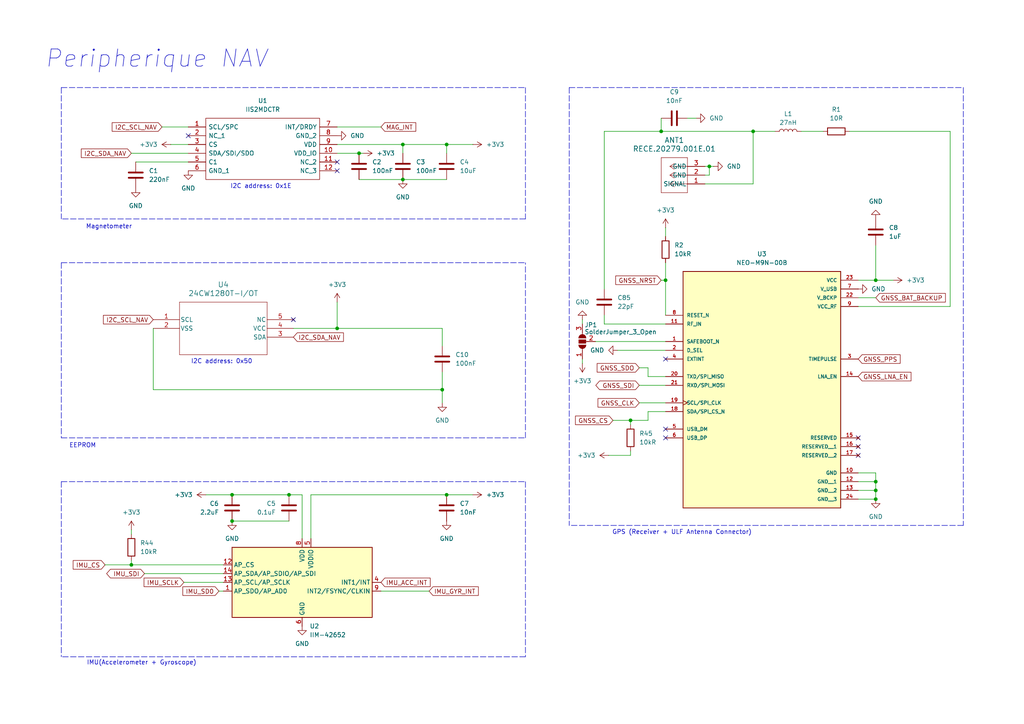
<source format=kicad_sch>
(kicad_sch (version 20231120) (generator "eeschema") (generator_version "8.0")
  (paper "A4")
  (title_block (title "Carte_Embarquée_CRAN_SEGULA") (date "28/03/2025") (rev "11/04/2025"))
  (lib_symbols
    (symbol "24CW128T-IOT:24CW1280T-I_OT" (pin_names (offset 0.254))
      (property "Reference" "U" (at 20.32 10.16 0))
      (property "Value" "24CW1280T-I/OT" (at 20.32 7.62 0))
      (symbol "24CW1280T-I_OT_0_1"
        (polyline (pts (xy 7.62 -10.16) (xy 33.02 -10.16)) (stroke (width 0.127)))
        (polyline (pts (xy 7.62 5.08) (xy 7.62 -10.16)) (stroke (width 0.127)))
        (polyline (pts (xy 33.02 -10.16) (xy 33.02 5.08)) (stroke (width 0.127)))
        (polyline (pts (xy 33.02 5.08) (xy 7.62 5.08)) (stroke (width 0.127)))
        (pin unspecified line (at 0 0 0) (length 7.62) (name "SCL") (number "1"))
        (pin power_out line (at 0 -2.54 0) (length 7.62) (name "VSS") (number "2"))
        (pin unspecified line (at 40.64 -5.08 180) (length 7.62) (name "SDA") (number "3"))
        (pin power_in line (at 40.64 -2.54 180) (length 7.62) (name "VCC") (number "4"))
        (pin no_connect line (at 40.64 0 180) (length 7.62) (name "NC") (number "5"))
      )
    )
    (symbol "ANT_Wifi_RECE.20279.001E.01:RECE.20279.001E.01" (pin_names (offset 0.254))
      (property "Reference" "ANT" (at 8.89 6.35 0))
      (property "Value" "RECE.20279.001E.01" (at 0 0 0))
      (symbol "RECE.20279.001E.01_1_1"
        (polyline (pts (xy 5.08 -7.62) (xy 12.7 -7.62)) (stroke (width 0.127)))
        (polyline (pts (xy 5.08 2.54) (xy 5.08 -7.62)) (stroke (width 0.127)))
        (polyline (pts (xy 10.16 -5.08) (xy 5.08 -5.08)) (stroke (width 0.127)))
        (polyline (pts (xy 10.16 -5.08) (xy 8.89 -5.9267)) (stroke (width 0.127)))
        (polyline (pts (xy 10.16 -5.08) (xy 8.89 -4.2333)) (stroke (width 0.127)))
        (polyline (pts (xy 10.16 -2.54) (xy 5.08 -2.54)) (stroke (width 0.127)))
        (polyline (pts (xy 10.16 -2.54) (xy 8.89 -3.3867)) (stroke (width 0.127)))
        (polyline (pts (xy 10.16 -2.54) (xy 8.89 -1.6933)) (stroke (width 0.127)))
        (polyline (pts (xy 10.16 0) (xy 5.08 0)) (stroke (width 0.127)))
        (polyline (pts (xy 10.16 0) (xy 8.89 -0.8467)) (stroke (width 0.127)))
        (polyline (pts (xy 10.16 0) (xy 8.89 0.8467)) (stroke (width 0.127)))
        (polyline (pts (xy 12.7 -7.62) (xy 12.7 2.54)) (stroke (width 0.127)))
        (polyline (pts (xy 12.7 2.54) (xy 5.08 2.54)) (stroke (width 0.127)))
        (pin unspecified line (at 0 0 0) (length 5.08) (name "SIGNAL") (number "1"))
        (pin unspecified line (at 0 -2.54 0) (length 5.08) (name "GND") (number "2"))
        (pin unspecified line (at 0 -5.08 0) (length 5.08) (name "GND") (number "3"))
      )
      (symbol "RECE.20279.001E.01_1_2"
        (polyline (pts (xy 5.08 -7.62) (xy 12.7 -7.62)) (stroke (width 0.127)))
        (polyline (pts (xy 5.08 2.54) (xy 5.08 -7.62)) (stroke (width 0.127)))
        (polyline (pts (xy 7.62 -5.08) (xy 5.08 -5.08)) (stroke (width 0.127)))
        (polyline (pts (xy 7.62 -5.08) (xy 8.89 -5.9267)) (stroke (width 0.127)))
        (polyline (pts (xy 7.62 -5.08) (xy 8.89 -4.2333)) (stroke (width 0.127)))
        (polyline (pts (xy 7.62 -2.54) (xy 5.08 -2.54)) (stroke (width 0.127)))
        (polyline (pts (xy 7.62 -2.54) (xy 8.89 -3.3867)) (stroke (width 0.127)))
        (polyline (pts (xy 7.62 -2.54) (xy 8.89 -1.6933)) (stroke (width 0.127)))
        (polyline (pts (xy 7.62 0) (xy 5.08 0)) (stroke (width 0.127)))
        (polyline (pts (xy 7.62 0) (xy 8.89 -0.8467)) (stroke (width 0.127)))
        (polyline (pts (xy 7.62 0) (xy 8.89 0.8467)) (stroke (width 0.127)))
        (polyline (pts (xy 12.7 -7.62) (xy 12.7 2.54)) (stroke (width 0.127)))
        (polyline (pts (xy 12.7 2.54) (xy 5.08 2.54)) (stroke (width 0.127)))
        (pin unspecified line (at 0 0 0) (length 5.08) (name "SIGNAL") (number "1"))
        (pin unspecified line (at 0 -2.54 0) (length 5.08) (name "GND") (number "2"))
        (pin unspecified line (at 0 -5.08 0) (length 5.08) (name "GND") (number "3"))
      )
    )
    (symbol "Capacitor_Unpolarized:C" (pin_numbers hide) (pin_names (offset 0.254))
      (property "Reference" "C" (at 0.635 2.54 0))
      (property "Value" "C" (at 0.635 -2.54 0))
      (symbol "C_0_1"
        (polyline (pts (xy -2.032 -0.762) (xy 2.032 -0.762)) (stroke (width 0.508)))
        (polyline (pts (xy -2.032 0.762) (xy 2.032 0.762)) (stroke (width 0.508)))
      )
      (symbol "C_1_1"
        (pin passive line (at 0 3.81 270) (length 2.794) (name "~") (number "1"))
        (pin passive line (at 0 -3.81 90) (length 2.794) (name "~") (number "2"))
      )
    )
    (symbol "IIM-42652:IIM-42652"
      (property "Reference" "U" (at -19.05 11.43 0))
      (property "Value" "IIM-42652" (at 15.24 11.43 0))
      (symbol "IIM-42652_0_1"
        (rectangle (start -20.32 10.16) (end 20.32 -10.16) (stroke (width 0.254)) (fill (type background)))
      )
      (symbol "IIM-42652_1_1"
        (pin input line (at -22.86 -2.54 0) (length 2.54) (name "AP_SDO/AP_AD0") (number "1"))
        (pin no_connect line (at 20.32 2.54 180) (length 2.54) hide (name "RESV") (number "10"))
        (pin no_connect line (at 20.32 -7.62 180) (length 2.54) hide (name "RESV") (number "11"))
        (pin input line (at -22.86 5.08 0) (length 2.54) (name "AP_CS") (number "12"))
        (pin input line (at -22.86 0 0) (length 2.54) (name "AP_SCL/AP_SCLK") (number "13"))
        (pin bidirectional line (at -22.86 2.54 0) (length 2.54) (name "AP_SDA/AP_SDIO/AP_SDI") (number "14"))
        (pin no_connect line (at 20.32 7.62 180) (length 2.54) hide (name "RESV") (number "2"))
        (pin no_connect line (at 20.32 5.08 180) (length 2.54) hide (name "RESV") (number "3"))
        (pin output line (at 22.86 0 180) (length 2.54) (name "INT1/INT") (number "4"))
        (pin power_in line (at 2.54 12.7 270) (length 2.54) (name "VDDIO") (number "5"))
        (pin power_in line (at 0 -12.7 90) (length 2.54) (name "GND") (number "6"))
        (pin passive line (at 0 -12.7 90) (length 2.54) hide (name "GND") (number "7"))
        (pin power_in line (at 0 12.7 270) (length 2.54) (name "VDD") (number "8"))
        (pin bidirectional line (at 22.86 -2.54 180) (length 2.54) (name "INT2/FSYNC/CLKIN") (number "9"))
      )
    )
    (symbol "IIS2MDCTR:IIS2MDCTR" (pin_names (offset 0.762))
      (property "Reference" "IC" (at 39.37 7.62 0))
      (property "Value" "IIS2MDCTR" (at 39.37 5.08 0))
      (symbol "IIS2MDCTR_0_0"
        (pin bidirectional line (at 0 0 0) (length 5.08) (name "SCL/SPC") (number "1"))
        (pin bidirectional line (at 43.18 -7.62 180) (length 5.08) (name "VDD_IO") (number "10"))
        (pin bidirectional line (at 43.18 -10.16 180) (length 5.08) (name "NC_2") (number "11"))
        (pin bidirectional line (at 43.18 -12.7 180) (length 5.08) (name "NC_3") (number "12"))
        (pin bidirectional line (at 0 -2.54 0) (length 5.08) (name "NC_1") (number "2"))
        (pin bidirectional line (at 0 -5.08 0) (length 5.08) (name "CS") (number "3"))
        (pin bidirectional line (at 0 -7.62 0) (length 5.08) (name "SDA/SDI/SDO") (number "4"))
        (pin bidirectional line (at 0 -10.16 0) (length 5.08) (name "C1") (number "5"))
        (pin bidirectional line (at 0 -12.7 0) (length 5.08) (name "GND_1") (number "6"))
        (pin bidirectional line (at 43.18 0 180) (length 5.08) (name "INT/DRDY") (number "7"))
        (pin bidirectional line (at 43.18 -2.54 180) (length 5.08) (name "GND_2") (number "8"))
        (pin bidirectional line (at 43.18 -5.08 180) (length 5.08) (name "VDD") (number "9"))
      )
      (symbol "IIS2MDCTR_0_1"
        (polyline (pts (xy 5.08 2.54) (xy 38.1 2.54) (xy 38.1 -15.24) (xy 5.08 -15.24) (xy 5.08 2.54)) (stroke (width 0.1524)))
      )
    )
    (symbol "Inductor:L" (pin_numbers hide) (pin_names (offset 1.016) hide)
      (property "Reference" "L" (at -1.27 0 90))
      (property "Value" "L" (at 1.905 0 90))
      (symbol "L_0_1"
        (arc (start 0 -2.54) (mid 0.6323 -1.905) (end 0 -1.27))
        (arc (start 0 -1.27) (mid 0.6323 -0.635) (end 0 0))
        (arc (start 0 0) (mid 0.6323 0.635) (end 0 1.27))
        (arc (start 0 1.27) (mid 0.6323 1.905) (end 0 2.54))
      )
      (symbol "L_1_1"
        (pin passive line (at 0 3.81 270) (length 1.27) (name "1") (number "1"))
        (pin passive line (at 0 -3.81 90) (length 1.27) (name "2") (number "2"))
      )
    )
    (symbol "NEO-M9N-00B:NEO-M9N-00B" (pin_names (offset 1.016))
      (property "Reference" "U" (at -22.86 28.702 0))
      (property "Value" "NEO-M9N-00B" (at -22.86 -43.18 0))
      (symbol "NEO-M9N-00B_0_0"
        (rectangle (start -22.86 -40.64) (end 22.86 27.94) (stroke (width 0.254)) (fill (type background)))
        (pin input line (at -27.94 7.62 0) (length 5.08) (name "SAFEBOOT_N") (number "1"))
        (pin power_in line (at 27.94 -30.48 180) (length 5.08) (name "GND") (number "10"))
        (pin input line (at -27.94 12.7 0) (length 5.08) (name "RF_IN") (number "11"))
        (pin power_in line (at 27.94 -33.02 180) (length 5.08) (name "GND__1") (number "12"))
        (pin power_in line (at 27.94 -35.56 180) (length 5.08) (name "GND__2") (number "13"))
        (pin output line (at 27.94 -2.54 180) (length 5.08) (name "LNA_EN") (number "14"))
        (pin no_connect line (at 27.94 -20.32 180) (length 5.08) (name "RESERVED") (number "15"))
        (pin no_connect line (at 27.94 -22.86 180) (length 5.08) (name "RESERVED__1") (number "16"))
        (pin no_connect line (at 27.94 -25.4 180) (length 5.08) (name "RESERVED__2") (number "17"))
        (pin bidirectional line (at -27.94 -12.7 0) (length 5.08) (name "SDA/SPI_CS_N") (number "18"))
        (pin bidirectional clock (at -27.94 -10.16 0) (length 5.08) (name "SCL/SPI_CLK") (number "19"))
        (pin input line (at -27.94 5.08 0) (length 5.08) (name "D_SEL") (number "2"))
        (pin output line (at -27.94 -2.54 0) (length 5.08) (name "TXD/SPI_MISO") (number "20"))
        (pin input line (at -27.94 -5.08 0) (length 5.08) (name "RXD/SPI_MOSI") (number "21"))
        (pin power_in line (at 27.94 20.32 180) (length 5.08) (name "V_BCKP") (number "22"))
        (pin power_in line (at 27.94 25.4 180) (length 5.08) (name "VCC") (number "23"))
        (pin power_in line (at 27.94 -38.1 180) (length 5.08) (name "GND__3") (number "24"))
        (pin output line (at 27.94 2.54 180) (length 5.08) (name "TIMEPULSE") (number "3"))
        (pin input line (at -27.94 2.54 0) (length 5.08) (name "EXTINT") (number "4"))
        (pin bidirectional line (at -27.94 -17.78 0) (length 5.08) (name "USB_DM") (number "5"))
        (pin bidirectional line (at -27.94 -20.32 0) (length 5.08) (name "USB_DP") (number "6"))
        (pin power_in line (at 27.94 22.86 180) (length 5.08) (name "V_USB") (number "7"))
        (pin input line (at -27.94 15.24 0) (length 5.08) (name "RESET_N") (number "8"))
        (pin power_in line (at 27.94 17.78 180) (length 5.08) (name "VCC_RF") (number "9"))
      )
    )
    (symbol "Resistor:R" (pin_numbers hide) (pin_names (offset 0))
      (property "Reference" "R" (at 2.032 0 90))
      (property "Value" "R" (at 0 0 90))
      (symbol "R_0_1"
        (rectangle (start -1.016 -2.54) (end 1.016 2.54) (stroke (width 0.254)))
      )
      (symbol "R_1_1"
        (pin passive line (at 0 3.81 270) (length 1.27) (name "~") (number "1"))
        (pin passive line (at 0 -3.81 90) (length 1.27) (name "~") (number "2"))
      )
    )
    (symbol "power:+3V3" (power) (pin_numbers hide) (pin_names (offset 0) hide)
      (property "Value" "+3V3" (at 0 3.556 0))
      (symbol "+3V3_0_1"
        (polyline (pts (xy -0.762 1.27) (xy 0 2.54)))
        (polyline (pts (xy 0 0) (xy 0 2.54)))
        (polyline (pts (xy 0 2.54) (xy 0.762 1.27)))
      )
      (symbol "+3V3_1_1"
        (pin power_in line (at 0 0 90) (length 0) (name "~") (number "1"))
      )
    )
    (symbol "power:GND" (power) (pin_numbers hide) (pin_names (offset 0) hide)
      (property "Value" "GND" (at 0 -3.81 0))
      (symbol "GND_0_1"
        (polyline (pts (xy 0 0) (xy 0 -1.27) (xy 1.27 -1.27) (xy 0 -2.54) (xy -1.27 -1.27) (xy 0 -1.27)))
      )
      (symbol "GND_1_1"
        (pin power_in line (at 0 0 270) (length 0) (name "~") (number "1"))
      )
    )
    (symbol "solderjumper_3_open:SolderJumper_3_Open" (pin_names (offset 0) hide) (exclude_from_sim yes) (in_bom no)
      (property "Reference" "JP" (at -2.54 -2.54 0))
      (property "Value" "SolderJumper_3_Open" (at 0 2.794 0))
      (symbol "SolderJumper_3_Open_0_1"
        (arc (start -1.016 1.016) (mid -2.0276 0) (end -1.016 -1.016))
        (arc (start -1.016 1.016) (mid -2.0276 0) (end -1.016 -1.016) (fill (type outline)))
        (rectangle (start -0.508 1.016) (end 0.508 -1.016) (fill (type outline)))
        (polyline (pts (xy -2.54 0) (xy -2.032 0)))
        (polyline (pts (xy -1.016 1.016) (xy -1.016 -1.016)))
        (polyline (pts (xy 0 -1.27) (xy 0 -1.016)))
        (polyline (pts (xy 1.016 1.016) (xy 1.016 -1.016)))
        (polyline (pts (xy 2.54 0) (xy 2.032 0)))
        (arc (start 1.016 -1.016) (mid 2.0276 0) (end 1.016 1.016))
        (arc (start 1.016 -1.016) (mid 2.0276 0) (end 1.016 1.016) (fill (type outline)))
      )
      (symbol "SolderJumper_3_Open_1_1"
        (pin passive line (at -5.08 0 0) (length 2.54) (name "A") (number "1"))
        (pin passive line (at 0 -3.81 90) (length 2.54) (name "C") (number "2"))
        (pin passive line (at 5.08 0 180) (length 2.54) (name "B") (number "3"))
      )
    )
  )
  (junction (at 129.54 41.91))
  (junction (at 104.14 44.45))
  (junction (at 191.77 38.1))
  (junction (at 205.74 48.26))
  (junction (at 97.79 95.25))
  (junction (at 254 81.28))
  (junction (at 218.44 38.1))
  (junction (at 254 142.24))
  (junction (at 83.82 143.51))
  (junction (at 128.27 113.03))
  (junction (at 38.1 163.83))
  (junction (at 129.54 143.51))
  (junction (at 67.31 143.51))
  (junction (at 116.84 41.91))
  (junction (at 182.88 121.92))
  (junction (at 254 139.7))
  (junction (at 67.31 151.13))
  (junction (at 254 144.78))
  (junction (at 116.84 52.07))
  (junction (at 193.04 81.28))
  (no_connect (at 193.04 127))
  (no_connect (at 248.92 132.08))
  (no_connect (at 193.04 104.14))
  (no_connect (at 193.04 124.46))
  (no_connect (at 248.92 127))
  (no_connect (at 85.09 92.71))
  (no_connect (at 248.92 129.54))
  (no_connect (at 54.61 39.37))
  (no_connect (at 97.79 46.99))
  (no_connect (at 97.79 49.53))
  (wire (pts (xy 224.79 38.1) (xy 218.44 38.1)))
  (wire (pts (xy 116.84 41.91) (xy 116.84 44.45)))
  (wire (pts (xy 248.92 142.24) (xy 254 142.24)))
  (wire (pts (xy 53.34 168.91) (xy 64.77 168.91)))
  (wire (pts (xy 187.96 119.38) (xy 193.04 119.38)))
  (wire (pts (xy 205.74 48.26) (xy 204.47 48.26)))
  (polyline (pts (xy 152.4 139.7) (xy 152.4 190.5)) (stroke (width 0) (type dash)))
  (wire (pts (xy 97.79 41.91) (xy 116.84 41.91)))
  (wire (pts (xy 187.96 106.68) (xy 187.96 109.22)))
  (wire (pts (xy 90.17 143.51) (xy 90.17 156.21)))
  (polyline (pts (xy 152.4 63.5) (xy 17.78 63.5)) (stroke (width 0) (type dash)))
  (polyline (pts (xy 165.1 25.4) (xy 279.4 25.4)) (stroke (width 0) (type dash)))
  (wire (pts (xy 104.14 52.07) (xy 116.84 52.07)))
  (wire (pts (xy 168.91 92.71) (xy 168.91 93.98)))
  (wire (pts (xy 254 139.7) (xy 254 142.24)))
  (wire (pts (xy 218.44 53.34) (xy 204.47 53.34)))
  (wire (pts (xy 248.92 88.9) (xy 275.59 88.9)))
  (wire (pts (xy 254 71.12) (xy 254 81.28)))
  (wire (pts (xy 44.45 113.03) (xy 128.27 113.03)))
  (wire (pts (xy 97.79 44.45) (xy 104.14 44.45)))
  (wire (pts (xy 275.59 88.9) (xy 275.59 38.1)))
  (wire (pts (xy 182.88 123.19) (xy 182.88 121.92)))
  (wire (pts (xy 110.49 36.83) (xy 97.79 36.83)))
  (wire (pts (xy 193.04 66.04) (xy 193.04 68.58)))
  (wire (pts (xy 83.82 143.51) (xy 67.31 143.51)))
  (wire (pts (xy 38.1 153.67) (xy 38.1 154.94)))
  (wire (pts (xy 38.1 162.56) (xy 38.1 163.83)))
  (wire (pts (xy 97.79 95.25) (xy 85.09 95.25)))
  (wire (pts (xy 187.96 121.92) (xy 187.96 119.38)))
  (polyline (pts (xy 152.4 190.5) (xy 17.78 190.5)) (stroke (width 0) (type dash)))
  (wire (pts (xy 182.88 121.92) (xy 187.96 121.92)))
  (wire (pts (xy 218.44 38.1) (xy 218.44 53.34)))
  (wire (pts (xy 175.26 91.44) (xy 175.26 93.98)))
  (wire (pts (xy 83.82 151.13) (xy 67.31 151.13)))
  (wire (pts (xy 38.1 163.83) (xy 64.77 163.83)))
  (wire (pts (xy 254 137.16) (xy 254 139.7)))
  (wire (pts (xy 248.92 139.7) (xy 254 139.7)))
  (wire (pts (xy 129.54 41.91) (xy 129.54 44.45)))
  (wire (pts (xy 254 81.28) (xy 259.08 81.28)))
  (wire (pts (xy 105.41 44.45) (xy 104.14 44.45)))
  (wire (pts (xy 44.45 95.25) (xy 44.45 113.03)))
  (wire (pts (xy 97.79 95.25) (xy 128.27 95.25)))
  (wire (pts (xy 41.91 166.37) (xy 64.77 166.37)))
  (polyline (pts (xy 17.78 25.4) (xy 152.4 25.4)) (stroke (width 0) (type dash)))
  (polyline (pts (xy 165.1 25.4) (xy 165.1 152.4)) (stroke (width 0) (type dash)))
  (wire (pts (xy 205.74 48.26) (xy 207.01 48.26)))
  (wire (pts (xy 116.84 41.91) (xy 129.54 41.91)))
  (wire (pts (xy 254 142.24) (xy 254 144.78)))
  (wire (pts (xy 179.07 101.6) (xy 193.04 101.6)))
  (wire (pts (xy 39.37 46.99) (xy 54.61 46.99)))
  (wire (pts (xy 254 137.16) (xy 248.92 137.16)))
  (polyline (pts (xy 17.78 76.2) (xy 152.4 76.2)) (stroke (width 0) (type dash)))
  (wire (pts (xy 129.54 143.51) (xy 137.16 143.51)))
  (wire (pts (xy 185.42 106.68) (xy 187.96 106.68)))
  (wire (pts (xy 191.77 34.29) (xy 191.77 38.1)))
  (polyline (pts (xy 17.78 139.7) (xy 17.78 190.5)) (stroke (width 0) (type dash)))
  (polyline (pts (xy 17.78 139.7) (xy 152.4 139.7)) (stroke (width 0) (type dash)))
  (polyline (pts (xy 152.4 25.4) (xy 152.4 63.5)) (stroke (width 0) (type dash)))
  (wire (pts (xy 49.53 41.91) (xy 54.61 41.91)))
  (wire (pts (xy 177.8 121.92) (xy 182.88 121.92)))
  (wire (pts (xy 185.42 111.76) (xy 193.04 111.76)))
  (wire (pts (xy 232.41 38.1) (xy 238.76 38.1)))
  (wire (pts (xy 193.04 76.2) (xy 193.04 81.28)))
  (wire (pts (xy 193.04 81.28) (xy 193.04 91.44)))
  (wire (pts (xy 124.46 171.45) (xy 110.49 171.45)))
  (wire (pts (xy 191.77 81.28) (xy 193.04 81.28)))
  (polyline (pts (xy 279.4 25.4) (xy 279.4 152.4)) (stroke (width 0) (type dash)))
  (polyline (pts (xy 17.78 25.4) (xy 17.78 63.5)) (stroke (width 0) (type dash)))
  (wire (pts (xy 128.27 95.25) (xy 128.27 100.33)))
  (wire (pts (xy 199.39 34.29) (xy 201.93 34.29)))
  (wire (pts (xy 254 86.36) (xy 248.92 86.36)))
  (wire (pts (xy 168.91 104.14) (xy 168.91 105.41)))
  (wire (pts (xy 63.5 171.45) (xy 64.77 171.45)))
  (wire (pts (xy 90.17 143.51) (xy 129.54 143.51)))
  (wire (pts (xy 275.59 38.1) (xy 246.38 38.1)))
  (wire (pts (xy 30.48 163.83) (xy 38.1 163.83)))
  (wire (pts (xy 129.54 41.91) (xy 137.16 41.91)))
  (wire (pts (xy 67.31 143.51) (xy 59.69 143.51)))
  (wire (pts (xy 175.26 38.1) (xy 191.77 38.1)))
  (wire (pts (xy 205.74 50.8) (xy 205.74 48.26)))
  (polyline (pts (xy 17.78 76.2) (xy 17.78 127)) (stroke (width 0) (type dash)))
  (wire (pts (xy 87.63 156.21) (xy 87.63 143.51)))
  (wire (pts (xy 191.77 38.1) (xy 218.44 38.1)))
  (wire (pts (xy 87.63 143.51) (xy 83.82 143.51)))
  (polyline (pts (xy 152.4 127) (xy 152.4 76.2)) (stroke (width 0) (type dash)))
  (wire (pts (xy 193.04 93.98) (xy 175.26 93.98)))
  (polyline (pts (xy 17.78 127) (xy 152.4 127)) (stroke (width 0) (type dash)))
  (wire (pts (xy 204.47 50.8) (xy 205.74 50.8)))
  (wire (pts (xy 128.27 116.84) (xy 128.27 113.03)))
  (wire (pts (xy 97.79 87.63) (xy 97.79 95.25)))
  (wire (pts (xy 254 81.28) (xy 248.92 81.28)))
  (wire (pts (xy 38.1 44.45) (xy 54.61 44.45)))
  (wire (pts (xy 172.72 99.06) (xy 193.04 99.06)))
  (wire (pts (xy 182.88 132.08) (xy 176.53 132.08)))
  (wire (pts (xy 46.99 36.83) (xy 54.61 36.83)))
  (polyline (pts (xy 279.4 152.4) (xy 165.1 152.4)) (stroke (width 0) (type dash)))
  (wire (pts (xy 187.96 109.22) (xy 193.04 109.22)))
  (wire (pts (xy 248.92 144.78) (xy 254 144.78)))
  (wire (pts (xy 185.42 116.84) (xy 193.04 116.84)))
  (wire (pts (xy 128.27 107.95) (xy 128.27 113.03)))
  (wire (pts (xy 182.88 130.81) (xy 182.88 132.08)))
  (wire (pts (xy 175.26 83.82) (xy 175.26 38.1)))
  (wire (pts (xy 116.84 52.07) (xy 129.54 52.07)))
  (text "Peripherique NAV" (at 12.954 20.066 0) (effects (font (size 5.0038 5.0038) (italic yes)) (justify left bottom)))
  (text "I2C address: 0x1E" (at 66.802 54.864 0) (effects (font (size 1.27 1.27)) (justify left bottom)))
  (text "I2C address: 0x50" (at 55.372 105.664 0) (effects (font (size 1.27 1.27)) (justify left bottom)))
  (text "Magnetometer" (at 24.892 66.548 0) (effects (font (size 1.27 1.27)) (justify left bottom)))
  (text "IMU(Accelerometer + Gyroscope)" (at 25.146 193.04 0) (effects (font (size 1.27 1.27)) (justify left bottom)))
  (text "GPS (Receiver + ULF Antenna Connector)" (at 177.546 155.194 0) (effects (font (size 1.27 1.27)) (justify left bottom)))
  (text "EEPROM" (at 20.066 130.048 0) (effects (font (size 1.27 1.27)) (justify left bottom)))
  (global_label "GNSS_SDO" (shape input) (at 185.42 106.68 180) (property "Intersheetrefs" "${INTERSHEET_REFS}" (effects (hide yes))))
  (global_label "GNSS_LNA_EN" (shape input) (at 248.92 109.22 0) (property "Intersheetrefs" "${INTERSHEET_REFS}" (effects (hide yes))))
  (global_label "GNSS_BAT_BACKUP" (shape input) (at 254 86.36 0) (property "Intersheetrefs" "${INTERSHEET_REFS}" (effects (hide yes))))
  (global_label "GNSS_NRST" (shape input) (at 191.77 81.28 180) (property "Intersheetrefs" "${INTERSHEET_REFS}" (effects (hide yes))))
  (global_label "GNSS_SDI" (shape bidirectional) (at 185.42 111.76 180) (property "Intersheetrefs" "${INTERSHEET_REFS}" (effects (hide yes))))
  (global_label "GNSS_PPS" (shape input) (at 248.92 104.14 0) (property "Intersheetrefs" "${INTERSHEET_REFS}" (effects (hide yes))))
  (global_label "IMU_CS" (shape input) (at 30.48 163.83 180) (property "Intersheetrefs" "${INTERSHEET_REFS}" (effects (hide yes))))
  (global_label "I2C_SCL_NAV" (shape input) (at 46.99 36.83 180) (property "Intersheetrefs" "${INTERSHEET_REFS}" (effects (hide yes))))
  (global_label "I2C_SCL_NAV" (shape input) (at 44.45 92.71 180) (property "Intersheetrefs" "${INTERSHEET_REFS}" (effects (hide yes))))
  (global_label "IMU_SD0" (shape input) (at 63.5 171.45 180) (property "Intersheetrefs" "${INTERSHEET_REFS}" (effects (hide yes))))
  (global_label "MAG_INT" (shape input) (at 110.49 36.83 0) (property "Intersheetrefs" "${INTERSHEET_REFS}" (effects (hide yes))))
  (global_label "IMU_ACC_INT" (shape input) (at 110.49 168.91 0) (property "Intersheetrefs" "${INTERSHEET_REFS}" (effects (hide yes))))
  (global_label "IMU_SCLK" (shape input) (at 53.34 168.91 180) (property "Intersheetrefs" "${INTERSHEET_REFS}" (effects (hide yes))))
  (global_label "IMU_SDI" (shape bidirectional) (at 41.91 166.37 180) (property "Intersheetrefs" "${INTERSHEET_REFS}" (effects (hide yes))))
  (global_label "GNSS_CS" (shape input) (at 177.8 121.92 180) (property "Intersheetrefs" "${INTERSHEET_REFS}" (effects (hide yes))))
  (global_label "I2C_SDA_NAV" (shape input) (at 38.1 44.45 180) (property "Intersheetrefs" "${INTERSHEET_REFS}" (effects (hide yes))))
  (global_label "I2C_SDA_NAV" (shape input) (at 85.09 97.79 0) (property "Intersheetrefs" "${INTERSHEET_REFS}" (effects (hide yes))))
  (global_label "IMU_GYR_INT" (shape input) (at 124.46 171.45 0) (property "Intersheetrefs" "${INTERSHEET_REFS}" (effects (hide yes))))
  (global_label "GNSS_CLK" (shape input) (at 185.42 116.84 180) (property "Intersheetrefs" "${INTERSHEET_REFS}" (effects (hide yes))))
  (symbol (lib_id "power:GND") (at 39.37 54.61 0) (unit 1)
    (property "Reference" "#PWR2" (effects (hide yes)))
    (property "Value" "GND" (at 39.37 59.69 0))
    (property "Description" "Power symbol creates a global label with name \"GND\" , ground" (effects (hide yes)))
  )
  (symbol (lib_id "power:GND") (at 201.93 34.29 90) (unit 1)
    (property "Reference" "#PWR19" (effects (hide yes)))
    (property "Value" "GND" (at 205.74 34.2899 90) (effects (justify right)))
    (property "Description" "Power symbol creates a global label with name \"GND\" , ground" (effects (hide yes)))
  )
  (symbol (lib_id "power:GND") (at 116.84 52.07 0) (unit 1)
    (property "Reference" "#PWR6" (effects (hide yes)))
    (property "Value" "GND" (at 116.84 57.15 0))
    (property "Description" "Power symbol creates a global label with name \"GND\" , ground" (effects (hide yes)))
  )
  (symbol (lib_id "power:+3V3") (at 176.53 132.08 90) (unit 1)
    (property "Reference" "#PWR128" (effects (hide yes)))
    (property "Value" "+3V3" (at 172.72 132.0799 90) (effects (justify left)))
    (property "Description" "Power symbol creates a global label with name \"+3V3\"" (effects (hide yes)))
  )
  (symbol (lib_id "Capacitor_Unpolarized:C") (at 116.84 48.26 0) (unit 1)
    (property "Reference" "C3" (at 120.65 46.9899 0) (effects (justify left)))
    (property "Value" "100nF" (at 120.65 49.5299 0) (effects (justify left)))
    (property "Footprint" "Capacitor_100nF_GRM155C71H104JE19D:CAPC1005X55N" (effects (hide yes)))
    (property "Datasheet" "GRM155C71H104JE19D" (effects (hide yes)))
    (property "Description" "Unpolarized capacitor GRM155C71H104JE19D" (effects (hide yes)))
  )
  (symbol (lib_id "Resistor:R") (at 182.88 127 0) (unit 1)
    (property "Reference" "R45" (at 185.42 125.7299 0) (effects (justify left)))
    (property "Value" "10kR" (at 185.42 128.2699 0) (effects (justify left)))
    (property "Footprint" "Resistor_10kR_CRGP0402F10K:RESC1105X40N" (effects (hide yes)))
    (property "Datasheet" "CRGP0402F10K" (effects (hide yes)))
    (property "Description" "Resistor CRGP0402F10K" (effects (hide yes)))
  )
  (symbol (lib_id "Resistor:R") (at 38.1 158.75 0) (unit 1)
    (property "Reference" "R44" (at 40.64 157.4799 0) (effects (justify left)))
    (property "Value" "10kR" (at 40.64 160.0199 0) (effects (justify left)))
    (property "Footprint" "Resistor_10kR_CRGP0402F10K:RESC1105X40N" (effects (hide yes)))
    (property "Datasheet" "CRGP0402F10K" (effects (hide yes)))
    (property "Description" "Resistor CRGP0402F10K" (effects (hide yes)))
  )
  (symbol (lib_id "Capacitor_Unpolarized:C") (at 129.54 48.26 0) (unit 1)
    (property "Reference" "C4" (at 133.35 46.9899 0) (effects (justify left)))
    (property "Value" "10uF" (at 133.35 49.5299 0) (effects (justify left)))
    (property "Footprint" "Capacitor_10uF_GRM188R61E106KA73J:CAPC1608X100N" (effects (hide yes)))
    (property "Datasheet" "GRM188R61E106KA73J" (effects (hide yes)))
    (property "Description" "Unpolarized capacitor GRM188R61E106KA73J" (effects (hide yes)))
  )
  (symbol (lib_id "power:GND") (at 207.01 48.26 90) (unit 1)
    (property "Reference" "#PWR181" (effects (hide yes)))
    (property "Value" "GND" (at 210.82 48.2599 90) (effects (justify right)))
    (property "Description" "Power symbol creates a global label with name \"GND\" , ground" (effects (hide yes)))
  )
  (symbol (lib_id "Inductor:L") (at 228.6 38.1 90) (unit 1)
    (property "Reference" "L1" (at 228.6 33.02 90))
    (property "Value" "27nH" (at 228.6 35.56 90))
    (property "Footprint" "Inductor_27nH_LQW15AN27NJ8ZD:INDC1006X60N" (effects (hide yes)))
    (property "Datasheet" "LQW15AN27NJ8ZD" (effects (hide yes)))
    (property "Description" "Inductor LQW15AN27NJ8ZD" (effects (hide yes)))
  )
  (symbol (lib_id "power:+3V3") (at 137.16 41.91 270) (unit 1)
    (property "Reference" "#PWR4" (effects (hide yes)))
    (property "Value" "+3V3" (at 140.97 41.9099 90) (effects (justify left)))
    (property "Description" "Power symbol creates a global label with name \"+3V3\"" (effects (hide yes)))
  )
  (symbol (lib_id "power:+3V3") (at 168.91 105.41 180) (unit 1)
    (property "Reference" "#PWR20" (effects (hide yes)))
    (property "Value" "+3V3" (at 168.91 110.49 0))
    (property "Description" "Power symbol creates a global label with name \"+3V3\"" (effects (hide yes)))
  )
  (symbol (lib_id "power:GND") (at 179.07 101.6 270) (unit 1)
    (property "Reference" "#PWR14" (effects (hide yes)))
    (property "Value" "GND" (at 175.26 101.5999 90) (effects (justify right)))
    (property "Description" "Power symbol creates a global label with name \"GND\" , ground" (effects (hide yes)))
  )
  (symbol (lib_id "Capacitor_Unpolarized:C") (at 128.27 104.14 0) (unit 1)
    (property "Reference" "C10" (at 132.08 102.8699 0) (effects (justify left)))
    (property "Value" "100nF" (at 132.08 105.4099 0) (effects (justify left)))
    (property "Footprint" "Capacitor_100nF_GRM155C71H104JE19D:CAPC1005X55N" (effects (hide yes)))
    (property "Datasheet" "GRM155C71H104JE19J" (effects (hide yes)))
    (property "Description" "Unpolarized capacitor GRM155C71H104JE19D" (effects (hide yes)))
  )
  (symbol (lib_id "power:+3V3") (at 259.08 81.28 270) (unit 1)
    (property "Reference" "#PWR3" (effects (hide yes)))
    (property "Value" "+3V3" (at 262.89 81.2799 90) (effects (justify left)))
    (property "Description" "Power symbol creates a global label with name \"+3V3\"" (effects (hide yes)))
  )
  (symbol (lib_id "NEO-M9N-00B:NEO-M9N-00B") (at 220.98 106.68 0) (unit 1)
    (property "Reference" "U3" (at 220.98 73.66 0))
    (property "Value" "NEO-M9N-00B" (at 220.98 76.2 0))
    (property "Footprint" "NEO-M9N-008:XCVR_NEO-M9N-00B" (effects (hide yes)))
    (property "PARTREV" "R05" (effects (hide yes)))
    (property "MANUFACTURER" "U blox" (effects (hide yes)))
    (property "MAXIMUM_PACKAGE_HEIGHT" "2.6mm" (effects (hide yes)))
    (property "STANDARD" "Manufacturer Recommendations" (effects (hide yes)))
  )
  (symbol (lib_id "Capacitor_Unpolarized:C") (at 129.54 147.32 0) (unit 1)
    (property "Reference" "C7" (at 133.35 146.0499 0) (effects (justify left)))
    (property "Value" "10nF" (at 133.35 148.5899 0) (effects (justify left)))
    (property "Footprint" "Capacitor_10nF_C0402C103J3RECAUTO:CAPC1005X55N" (effects (hide yes)))
    (property "Datasheet" "C0402C103J3RECAUTO" (effects (hide yes)))
    (property "Description" "Unpolarized capacitor C0402C103J3RECAUTO" (effects (hide yes)))
  )
  (symbol (lib_id "power:GND") (at 67.31 151.13 0) (mirror y) (unit 1)
    (property "Reference" "#PWR8" (effects (hide yes)))
    (property "Value" "GND" (at 67.31 156.21 0))
    (property "Description" "Power symbol creates a global label with name \"GND\" , ground" (effects (hide yes)))
  )
  (symbol (lib_id "Capacitor_Unpolarized:C") (at 67.31 147.32 0) (mirror y) (unit 1)
    (property "Reference" "C6" (at 63.5 146.0499 0) (effects (justify left)))
    (property "Value" "2.2uF" (at 63.5 148.5899 0) (effects (justify left)))
    (property "Footprint" "Capacitor_2.2uF_GRM188R61H225KE11D:CAPC1608X100N" (effects (hide yes)))
    (property "Datasheet" "GRM188R61H225KE11D" (effects (hide yes)))
    (property "Description" "Unpolarized capacitor GRM188R61H225KE11D" (effects (hide yes)))
  )
  (symbol (lib_id "ANT_Wifi_RECE.20279.001E.01:RECE.20279.001E.01") (at 204.47 53.34 180) (unit 1)
    (property "Reference" "ANT1" (at 195.58 40.64 0) (effects (font (size 1.524 1.524))))
    (property "Value" "RECE.20279.001E.01" (at 195.58 43.18 0) (effects (font (size 1.524 1.524))))
    (property "Footprint" "ANT_Wifi_RECE.20279.001E.01:CON3_RECE.20279.001E.01_TAL" (effects (hide yes)))
    (property "Datasheet" "RECE.20279.001E.01" (effects (hide yes)))
  )
  (symbol (lib_id "power:+3V3") (at 97.79 87.63 0) (unit 1)
    (property "Reference" "#PWR21" (effects (hide yes)))
    (property "Value" "+3V3" (at 97.79 82.55 0))
    (property "Description" "Power symbol creates a global label with name \"+3V3\"" (effects (hide yes)))
  )
  (symbol (lib_id "power:GND") (at 248.92 83.82 90) (unit 1)
    (property "Reference" "#PWR13" (effects (hide yes)))
    (property "Value" "GND" (at 252.73 83.8199 90) (effects (justify right)))
    (property "Description" "Power symbol creates a global label with name \"GND\" , ground" (effects (hide yes)))
  )
  (symbol (lib_id "power:+3V3") (at 193.04 66.04 0) (unit 1)
    (property "Reference" "#PWR15" (effects (hide yes)))
    (property "Value" "+3V3" (at 193.04 60.96 0))
    (property "Description" "Power symbol creates a global label with name \"+3V3\"" (effects (hide yes)))
  )
  (symbol (lib_id "power:+3V3") (at 38.1 153.67 0) (unit 1)
    (property "Reference" "#PWR127" (effects (hide yes)))
    (property "Value" "+3V3" (at 38.1 148.59 0))
    (property "Description" "Power symbol creates a global label with name \"+3V3\"" (effects (hide yes)))
  )
  (symbol (lib_id "power:GND") (at 54.61 49.53 0) (unit 1)
    (property "Reference" "#PWR1" (effects (hide yes)))
    (property "Value" "GND" (at 54.61 54.61 0))
    (property "Description" "Power symbol creates a global label with name \"GND\" , ground" (effects (hide yes)))
  )
  (symbol (lib_id "power:+3V3") (at 137.16 143.51 270) (unit 1)
    (property "Reference" "#PWR10" (effects (hide yes)))
    (property "Value" "+3V3" (at 140.97 143.5099 90) (effects (justify left)))
    (property "Description" "Power symbol creates a global label with name \"+3V3\"" (effects (hide yes)))
  )
  (symbol (lib_id "solderjumper_3_open:SolderJumper_3_Open") (at 168.91 99.06 90) (unit 1) (exclude_from_sim yes) (in_bom no)
    (property "Reference" "JP1" (at 173.228 94.234 90) (effects (justify left)))
    (property "Value" "SolderJumper_3_Open" (at 190.5 96.266 90) (effects (justify left)))
    (property "Footprint" "SolderJumper_3_Open:SolderJumper-3_P1.3mm_Open_RoundedPad1.0x1.5mm" (effects (hide yes)))
    (property "Description" "Solder Jumper, 3-pole, open" (effects (hide yes)))
  )
  (symbol (lib_id "power:+3V3") (at 49.53 41.91 90) (unit 1)
    (property "Reference" "#PWR98" (effects (hide yes)))
    (property "Value" "+3V3" (at 45.72 41.9099 90) (effects (justify left)))
    (property "Description" "Power symbol creates a global label with name \"+3V3\"" (effects (hide yes)))
  )
  (symbol (lib_id "Capacitor_Unpolarized:C") (at 39.37 50.8 0) (unit 1)
    (property "Reference" "C1" (at 43.18 49.5299 0) (effects (justify left)))
    (property "Value" "220nF" (at 43.18 52.0699 0) (effects (justify left)))
    (property "Footprint" "Capacitor_220nF_C0603C224K4RAC7411:CAPC17595_87N_KEM" (effects (hide yes)))
    (property "Datasheet" "C0603C224K4RAC7411" (effects (hide yes)))
    (property "Description" "Unpolarized capacitor C0603C224K4RAC7411" (effects (hide yes)))
  )
  (symbol (lib_id "Capacitor_Unpolarized:C") (at 254 67.31 0) (unit 1)
    (property "Reference" "C8" (at 257.81 66.0399 0) (effects (justify left)))
    (property "Value" "1uF" (at 257.81 68.5799 0) (effects (justify left)))
    (property "Footprint" "Capacitor_1uF_C0603C105Z3VACTU:CAPC17595_90N_KEM" (effects (hide yes)))
    (property "Datasheet" "C0603C105Z3VACTU" (effects (hide yes)))
    (property "Description" "Unpolarized capacitor C0603C105Z3VACTU" (effects (hide yes)))
  )
  (symbol (lib_id "Resistor:R") (at 193.04 72.39 0) (unit 1)
    (property "Reference" "R2" (at 195.58 71.1199 0) (effects (justify left)))
    (property "Value" "10kR" (at 195.58 73.6599 0) (effects (justify left)))
    (property "Footprint" "Resistor_10kR_CRGP0402F10K:RESC1105X40N" (effects (hide yes)))
    (property "Datasheet" "CRGP0402F10K" (effects (hide yes)))
    (property "Description" "Resistor CRGP0402F10K" (effects (hide yes)))
  )
  (symbol (lib_id "Capacitor_Unpolarized:C") (at 195.58 34.29 270) (unit 1)
    (property "Reference" "C9" (at 195.58 26.67 90))
    (property "Value" "10nF" (at 195.58 29.21 90))
    (property "Footprint" "Capacitor_10nF_C0402C103J3RECAUTO:CAPC1005X55N" (effects (hide yes)))
    (property "Datasheet" "C0402C103J3RECAUTO" (effects (hide yes)))
    (property "Description" "Unpolarized capacitor C0402C103J3RECAUTO" (effects (hide yes)))
  )
  (symbol (lib_id "Capacitor_Unpolarized:C") (at 83.82 147.32 0) (mirror y) (unit 1)
    (property "Reference" "C5" (at 80.01 146.0499 0) (effects (justify left)))
    (property "Value" "0.1uF" (at 80.01 148.5899 0) (effects (justify left)))
    (property "Footprint" "Capacitor_100nF_GRM155C71H104JE19D:CAPC1005X55N" (effects (hide yes)))
    (property "Datasheet" "GRM155C71H104JE19D" (effects (hide yes)))
    (property "Description" "Unpolarized capacitor GRM155C71H104JE19D" (effects (hide yes)))
  )
  (symbol (lib_id "IIS2MDCTR:IIS2MDCTR") (at 54.61 36.83 0) (unit 1)
    (property "Reference" "U1" (at 76.2 29.21 0))
    (property "Value" "IIS2MDCTR" (at 76.2 31.75 0))
    (property "Footprint" "IIS2MDCTR:IIS2MDCTR" (effects (hide yes)))
    (property "Datasheet" "https://www.st.com/resource/en/datasheet/iis2mdc.pdf" (effects (hide yes)))
    (property "Description" "STMICROELECTRONICS - IIS2MDCTR - MEMS MODULE, 3-AXIS MAGNETOMETER, LGA-12" (effects (hide yes)))
    (property "Description_1" "STMICROELECTRONICS - IIS2MDCTR - MEMS MODULE, 3-AXIS MAGNETOMETER, LGA-12" (effects (hide yes)))
    (property "Height" "0.7" (effects (hide yes)))
    (property "Manufacturer_Name" "STMicroelectronics" (effects (hide yes)))
    (property "Manufacturer_Part_Number" "IIS2MDCTR" (effects (hide yes)))
    (property "Mouser Part Number" "511-IIS2MDCTR" (effects (hide yes)))
    (property "Mouser Price/Stock" "https://www.mouser.com/Search/Refine.aspx?Keyword=511-IIS2MDCTR" (effects (hide yes)))
    (property "RS Price/Stock" " https://fr.rs-online.com/web/p/capteurs-de-mouvement/1935447?gb=s " (effects (hide yes)))
  )
  (symbol (lib_id "Resistor:R") (at 242.57 38.1 90) (unit 1)
    (property "Reference" "R1" (at 242.57 31.75 90))
    (property "Value" "10R" (at 242.57 34.29 90))
    (property "Footprint" "Resistor_10R_ERA-2AKD100X:RES_ERA2AKD100X" (effects (hide yes)))
    (property "Datasheet" "ERA-2AKD100X" (effects (hide yes)))
    (property "Description" "Resistor ERA-2AKD100X" (effects (hide yes)))
  )
  (symbol (lib_id "power:GND") (at 254 63.5 180) (unit 1)
    (property "Reference" "#PWR16" (effects (hide yes)))
    (property "Value" "GND" (at 254 58.42 0))
    (property "Description" "Power symbol creates a global label with name \"GND\" , ground" (effects (hide yes)))
  )
  (symbol (lib_id "power:+3V3") (at 59.69 143.51 90) (unit 1)
    (property "Reference" "#PWR9" (effects (hide yes)))
    (property "Value" "+3V3" (at 55.88 143.5099 90) (effects (justify left)))
    (property "Description" "Power symbol creates a global label with name \"+3V3\"" (effects (hide yes)))
  )
  (symbol (lib_id "power:+3V3") (at 105.41 44.45 270) (unit 1)
    (property "Reference" "#PWR180" (effects (hide yes)))
    (property "Value" "+3V3" (at 109.22 44.4499 90) (effects (justify left)))
    (property "Description" "Power symbol creates a global label with name \"+3V3\"" (effects (hide yes)))
  )
  (symbol (lib_id "power:GND") (at 129.54 151.13 0) (unit 1)
    (property "Reference" "#PWR11" (effects (hide yes)))
    (property "Value" "GND" (at 129.54 156.21 0))
    (property "Description" "Power symbol creates a global label with name \"GND\" , ground" (effects (hide yes)))
  )
  (symbol (lib_id "power:GND") (at 87.63 181.61 0) (unit 1)
    (property "Reference" "#PWR7" (effects (hide yes)))
    (property "Value" "GND" (at 87.63 186.69 0))
    (property "Description" "Power symbol creates a global label with name \"GND\" , ground" (effects (hide yes)))
  )
  (symbol (lib_id "power:GND") (at 254 144.78 0) (unit 1)
    (property "Reference" "#PWR12" (effects (hide yes)))
    (property "Value" "GND" (at 254 149.86 0))
    (property "Description" "Power symbol creates a global label with name \"GND\" , ground" (effects (hide yes)))
  )
  (symbol (lib_id "power:GND") (at 128.27 116.84 0) (unit 1)
    (property "Reference" "#PWR22" (effects (hide yes)))
    (property "Value" "GND" (at 128.27 121.92 0))
    (property "Description" "Power symbol creates a global label with name \"GND\" , ground" (effects (hide yes)))
  )
  (symbol (lib_id "power:GND") (at 168.91 92.71 180) (unit 1)
    (property "Reference" "#PWR17" (effects (hide yes)))
    (property "Value" "GND" (at 168.91 87.63 0))
    (property "Description" "Power symbol creates a global label with name \"GND\" , ground" (effects (hide yes)))
  )
  (symbol (lib_id "Capacitor_Unpolarized:C") (at 104.14 48.26 0) (unit 1)
    (property "Reference" "C2" (at 107.95 46.9899 0) (effects (justify left)))
    (property "Value" "100nF" (at 107.95 49.5299 0) (effects (justify left)))
    (property "Footprint" "Capacitor_100nF_GRM155C71H104JE19D:CAPC1005X55N" (effects (hide yes)))
    (property "Datasheet" "GRM155C71H104JE19D" (effects (hide yes)))
    (property "Description" "Unpolarized capacitor GRM155C71H104JE19D" (effects (hide yes)))
  )
  (symbol (lib_id "power:GND") (at 97.79 39.37 90) (unit 1)
    (property "Reference" "#PWR5" (effects (hide yes)))
    (property "Value" "GND" (at 101.6 39.3699 90) (effects (justify right)))
    (property "Description" "Power symbol creates a global label with name \"GND\" , ground" (effects (hide yes)))
  )
  (symbol (lib_id "24CW128T-IOT:24CW1280T-I_OT") (at 44.45 92.71 0) (unit 1)
    (property "Reference" "U4" (at 64.77 82.55 0) (effects (font (size 1.524 1.524))))
    (property "Value" "24CW1280T-I/OT" (at 64.77 85.09 0) (effects (font (size 1.524 1.524))))
    (property "Footprint" "24CW128T-IOT:SOT-23-5_2P9X1P6_MCH" (effects (hide yes)))
    (property "Datasheet" "24CW1280T-I/OT" (effects (hide yes)))
  )
  (symbol (lib_id "IIM-42652:IIM-42652") (at 87.63 168.91 0) (unit 1)
    (property "Reference" "U2" (at 89.8241 181.61 0) (effects (justify left)))
    (property "Value" "IIM-42652" (at 89.8241 184.15 0) (effects (justify left)))
    (property "Footprint" "IIM_42652:Bosch_LGA-14_3x2.5mm_P0.5mm" (effects (hide yes)))
    (property "Datasheet" "https://invensense.tdk.com/wp-content/uploads/2021/01/ds-000440_iim-42652-datasheet.pdf" (effects (hide yes)))
    (property "Description" "6-axis MEMS gyroscope/accelerometer, I2C/I3C/SPI interface, 1.71 to 3.3V, LGA-14" (effects (hide yes)))
  )
  (symbol (lib_id "Capacitor_Unpolarized:C") (at 175.26 87.63 0) (unit 1)
    (property "Reference" "C85" (at 179.07 86.3599 0) (effects (justify left)))
    (property "Value" "22pF" (at 179.07 88.8999 0) (effects (justify left)))
    (property "Footprint" "Capacitor_22pF_C0402C220J8GACTU:CAPC1005X55N" (effects (hide yes)))
    (property "Datasheet" "C0402C220J8GACTU" (effects (hide yes)))
    (property "Description" "Unpolarized capacitor C0402C220J8GACTU" (effects (hide yes)))
  )
)
</source>
